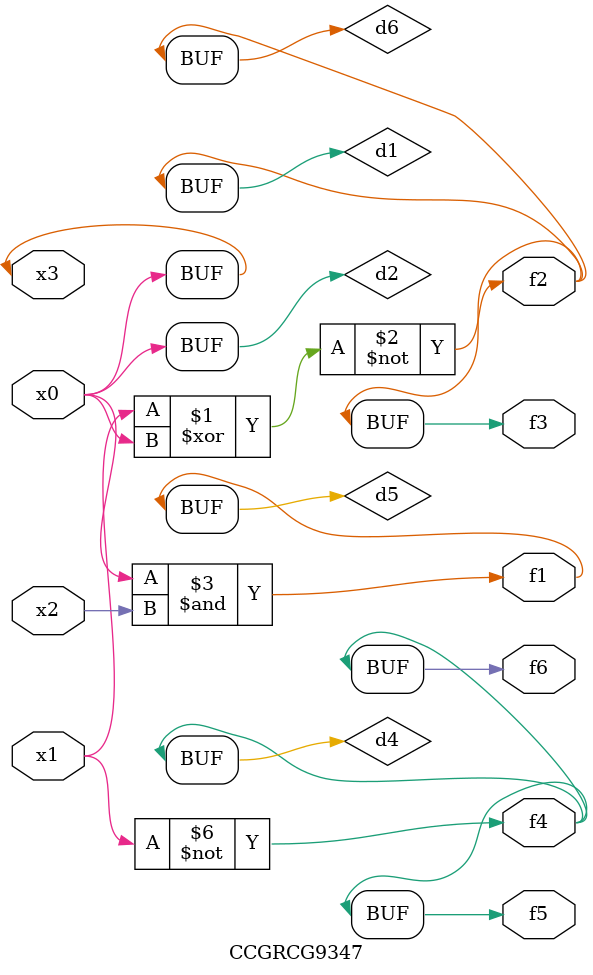
<source format=v>
module CCGRCG9347(
	input x0, x1, x2, x3,
	output f1, f2, f3, f4, f5, f6
);

	wire d1, d2, d3, d4, d5, d6;

	xnor (d1, x1, x3);
	buf (d2, x0, x3);
	nand (d3, x0, x2);
	not (d4, x1);
	nand (d5, d3);
	or (d6, d1);
	assign f1 = d5;
	assign f2 = d6;
	assign f3 = d6;
	assign f4 = d4;
	assign f5 = d4;
	assign f6 = d4;
endmodule

</source>
